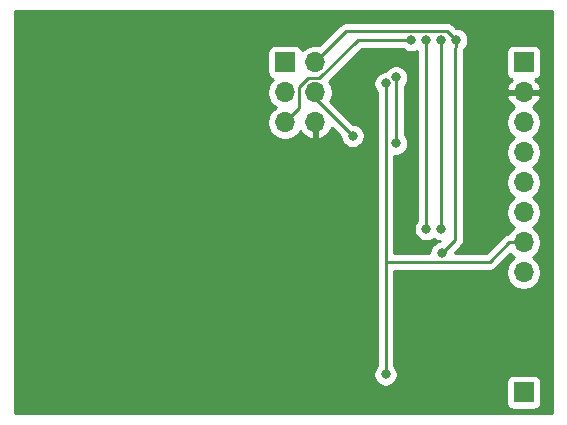
<source format=gbr>
G04 #@! TF.GenerationSoftware,KiCad,Pcbnew,5.1.5*
G04 #@! TF.CreationDate,2020-01-01T11:05:53+01:00*
G04 #@! TF.ProjectId,LORA_ATTINY84,4c4f5241-5f41-4545-9449-4e5938342e6b,rev?*
G04 #@! TF.SameCoordinates,Original*
G04 #@! TF.FileFunction,Copper,L2,Bot*
G04 #@! TF.FilePolarity,Positive*
%FSLAX46Y46*%
G04 Gerber Fmt 4.6, Leading zero omitted, Abs format (unit mm)*
G04 Created by KiCad (PCBNEW 5.1.5) date 2020-01-01 11:05:53*
%MOMM*%
%LPD*%
G04 APERTURE LIST*
%ADD10O,1.700000X1.700000*%
%ADD11R,1.700000X1.700000*%
%ADD12C,0.800000*%
%ADD13C,0.250000*%
%ADD14C,0.254000*%
G04 APERTURE END LIST*
D10*
X71882000Y-53340000D03*
X69342000Y-53340000D03*
X71882000Y-50800000D03*
X69342000Y-50800000D03*
X71882000Y-48260000D03*
D11*
X69342000Y-48260000D03*
D10*
X89535000Y-66040000D03*
X89535000Y-63500000D03*
X89535000Y-60960000D03*
X89535000Y-58420000D03*
X89535000Y-55880000D03*
X89535000Y-53340000D03*
X89535000Y-50800000D03*
D11*
X89535000Y-48260000D03*
X89535000Y-76200000D03*
D12*
X83185000Y-70485000D03*
X69850000Y-72390000D03*
X69850000Y-58420000D03*
X56515000Y-53340000D03*
X67310000Y-76327000D03*
X71882000Y-55626000D03*
X86042500Y-53086000D03*
X83820000Y-46355000D03*
X82595720Y-64414400D03*
X78740000Y-55118000D03*
X78740000Y-49530000D03*
X77851000Y-74676000D03*
X77851000Y-50038000D03*
X75057000Y-54483000D03*
X82550000Y-46355000D03*
X82550000Y-62357000D03*
X81280000Y-46355000D03*
X81280000Y-62357000D03*
X80010000Y-46355000D03*
D13*
X83820000Y-46920685D02*
X83820000Y-46355000D01*
X83729999Y-47010686D02*
X83820000Y-46920685D01*
X72731999Y-47410001D02*
X71882000Y-48260000D01*
X74512001Y-45629999D02*
X72731999Y-47410001D01*
X83094999Y-45629999D02*
X74512001Y-45629999D01*
X83820000Y-46355000D02*
X83094999Y-45629999D01*
X83729999Y-55589001D02*
X83729999Y-54268201D01*
X83729999Y-54268201D02*
X83729999Y-47010686D01*
X83729998Y-56640900D02*
X83729999Y-56640899D01*
X83729998Y-63280122D02*
X83729998Y-56640900D01*
X82595720Y-64414400D02*
X83729998Y-63280122D01*
X83729999Y-56831399D02*
X83729999Y-56640899D01*
X83729999Y-56640899D02*
X83729999Y-55589001D01*
X78740000Y-55118000D02*
X78740000Y-49530000D01*
X77851000Y-50038000D02*
X77851000Y-49911000D01*
X88332919Y-63500000D02*
X86681919Y-65151000D01*
X89535000Y-63500000D02*
X88332919Y-63500000D01*
X77978000Y-65151000D02*
X77851000Y-65024000D01*
X86681919Y-65151000D02*
X77978000Y-65151000D01*
X77851000Y-74676000D02*
X77851000Y-65024000D01*
X77851000Y-65024000D02*
X77851000Y-50038000D01*
X71882000Y-51308000D02*
X71882000Y-50800000D01*
X75057000Y-54483000D02*
X71882000Y-51308000D01*
X82550000Y-46355000D02*
X82550000Y-62357000D01*
X81280000Y-46355000D02*
X81280000Y-62357000D01*
X70191999Y-52490001D02*
X69342000Y-53340000D01*
X70517001Y-52164999D02*
X70191999Y-52490001D01*
X71279001Y-49624999D02*
X70517001Y-50386999D01*
X70517001Y-50386999D02*
X70517001Y-52164999D01*
X72256003Y-49624999D02*
X71279001Y-49624999D01*
X75526002Y-46355000D02*
X72256003Y-49624999D01*
X80010000Y-46355000D02*
X75526002Y-46355000D01*
D14*
G36*
X91948000Y-77978000D02*
G01*
X46482000Y-77978000D01*
X46482000Y-47410000D01*
X67853928Y-47410000D01*
X67853928Y-49110000D01*
X67866188Y-49234482D01*
X67902498Y-49354180D01*
X67961463Y-49464494D01*
X68040815Y-49561185D01*
X68137506Y-49640537D01*
X68247820Y-49699502D01*
X68320380Y-49721513D01*
X68188525Y-49853368D01*
X68026010Y-50096589D01*
X67914068Y-50366842D01*
X67857000Y-50653740D01*
X67857000Y-50946260D01*
X67914068Y-51233158D01*
X68026010Y-51503411D01*
X68188525Y-51746632D01*
X68395368Y-51953475D01*
X68569760Y-52070000D01*
X68395368Y-52186525D01*
X68188525Y-52393368D01*
X68026010Y-52636589D01*
X67914068Y-52906842D01*
X67857000Y-53193740D01*
X67857000Y-53486260D01*
X67914068Y-53773158D01*
X68026010Y-54043411D01*
X68188525Y-54286632D01*
X68395368Y-54493475D01*
X68638589Y-54655990D01*
X68908842Y-54767932D01*
X69195740Y-54825000D01*
X69488260Y-54825000D01*
X69775158Y-54767932D01*
X70045411Y-54655990D01*
X70288632Y-54493475D01*
X70495475Y-54286632D01*
X70613100Y-54110594D01*
X70784412Y-54340269D01*
X71000645Y-54535178D01*
X71250748Y-54684157D01*
X71525109Y-54781481D01*
X71755000Y-54660814D01*
X71755000Y-53467000D01*
X71735000Y-53467000D01*
X71735000Y-53213000D01*
X71755000Y-53213000D01*
X71755000Y-53193000D01*
X72009000Y-53193000D01*
X72009000Y-53213000D01*
X72029000Y-53213000D01*
X72029000Y-53467000D01*
X72009000Y-53467000D01*
X72009000Y-54660814D01*
X72238891Y-54781481D01*
X72513252Y-54684157D01*
X72763355Y-54535178D01*
X72979588Y-54340269D01*
X73153641Y-54106920D01*
X73278825Y-53844099D01*
X73293829Y-53794631D01*
X74022000Y-54522802D01*
X74022000Y-54584939D01*
X74061774Y-54784898D01*
X74139795Y-54973256D01*
X74253063Y-55142774D01*
X74397226Y-55286937D01*
X74566744Y-55400205D01*
X74755102Y-55478226D01*
X74955061Y-55518000D01*
X75158939Y-55518000D01*
X75358898Y-55478226D01*
X75547256Y-55400205D01*
X75716774Y-55286937D01*
X75860937Y-55142774D01*
X75974205Y-54973256D01*
X76052226Y-54784898D01*
X76092000Y-54584939D01*
X76092000Y-54381061D01*
X76052226Y-54181102D01*
X75974205Y-53992744D01*
X75860937Y-53823226D01*
X75716774Y-53679063D01*
X75547256Y-53565795D01*
X75358898Y-53487774D01*
X75158939Y-53448000D01*
X75096802Y-53448000D01*
X73179654Y-51530853D01*
X73197990Y-51503411D01*
X73309932Y-51233158D01*
X73367000Y-50946260D01*
X73367000Y-50653740D01*
X73309932Y-50366842D01*
X73197990Y-50096589D01*
X73062295Y-49893508D01*
X75840804Y-47115000D01*
X79306289Y-47115000D01*
X79350226Y-47158937D01*
X79519744Y-47272205D01*
X79708102Y-47350226D01*
X79908061Y-47390000D01*
X80111939Y-47390000D01*
X80311898Y-47350226D01*
X80500256Y-47272205D01*
X80520000Y-47259012D01*
X80520001Y-61653288D01*
X80476063Y-61697226D01*
X80362795Y-61866744D01*
X80284774Y-62055102D01*
X80245000Y-62255061D01*
X80245000Y-62458939D01*
X80284774Y-62658898D01*
X80362795Y-62847256D01*
X80476063Y-63016774D01*
X80620226Y-63160937D01*
X80789744Y-63274205D01*
X80978102Y-63352226D01*
X81178061Y-63392000D01*
X81381939Y-63392000D01*
X81581898Y-63352226D01*
X81770256Y-63274205D01*
X81915000Y-63177490D01*
X82059744Y-63274205D01*
X82248102Y-63352226D01*
X82439249Y-63390247D01*
X82293822Y-63419174D01*
X82105464Y-63497195D01*
X81935946Y-63610463D01*
X81791783Y-63754626D01*
X81678515Y-63924144D01*
X81600494Y-64112502D01*
X81560720Y-64312461D01*
X81560720Y-64391000D01*
X78611000Y-64391000D01*
X78611000Y-56147617D01*
X78638061Y-56153000D01*
X78841939Y-56153000D01*
X79041898Y-56113226D01*
X79230256Y-56035205D01*
X79399774Y-55921937D01*
X79543937Y-55777774D01*
X79657205Y-55608256D01*
X79735226Y-55419898D01*
X79775000Y-55219939D01*
X79775000Y-55016061D01*
X79735226Y-54816102D01*
X79657205Y-54627744D01*
X79543937Y-54458226D01*
X79500000Y-54414289D01*
X79500000Y-50233711D01*
X79543937Y-50189774D01*
X79657205Y-50020256D01*
X79735226Y-49831898D01*
X79775000Y-49631939D01*
X79775000Y-49428061D01*
X79735226Y-49228102D01*
X79657205Y-49039744D01*
X79543937Y-48870226D01*
X79399774Y-48726063D01*
X79230256Y-48612795D01*
X79041898Y-48534774D01*
X78841939Y-48495000D01*
X78638061Y-48495000D01*
X78438102Y-48534774D01*
X78249744Y-48612795D01*
X78080226Y-48726063D01*
X77936063Y-48870226D01*
X77847346Y-49003000D01*
X77749061Y-49003000D01*
X77549102Y-49042774D01*
X77360744Y-49120795D01*
X77191226Y-49234063D01*
X77047063Y-49378226D01*
X76933795Y-49547744D01*
X76855774Y-49736102D01*
X76816000Y-49936061D01*
X76816000Y-50139939D01*
X76855774Y-50339898D01*
X76933795Y-50528256D01*
X77047063Y-50697774D01*
X77091001Y-50741712D01*
X77091000Y-64986678D01*
X77087324Y-65024000D01*
X77091000Y-65061322D01*
X77091000Y-65061332D01*
X77091001Y-65061342D01*
X77091000Y-73972289D01*
X77047063Y-74016226D01*
X76933795Y-74185744D01*
X76855774Y-74374102D01*
X76816000Y-74574061D01*
X76816000Y-74777939D01*
X76855774Y-74977898D01*
X76933795Y-75166256D01*
X77047063Y-75335774D01*
X77191226Y-75479937D01*
X77360744Y-75593205D01*
X77549102Y-75671226D01*
X77749061Y-75711000D01*
X77952939Y-75711000D01*
X78152898Y-75671226D01*
X78341256Y-75593205D01*
X78510774Y-75479937D01*
X78640711Y-75350000D01*
X88046928Y-75350000D01*
X88046928Y-77050000D01*
X88059188Y-77174482D01*
X88095498Y-77294180D01*
X88154463Y-77404494D01*
X88233815Y-77501185D01*
X88330506Y-77580537D01*
X88440820Y-77639502D01*
X88560518Y-77675812D01*
X88685000Y-77688072D01*
X90385000Y-77688072D01*
X90509482Y-77675812D01*
X90629180Y-77639502D01*
X90739494Y-77580537D01*
X90836185Y-77501185D01*
X90915537Y-77404494D01*
X90974502Y-77294180D01*
X91010812Y-77174482D01*
X91023072Y-77050000D01*
X91023072Y-75350000D01*
X91010812Y-75225518D01*
X90974502Y-75105820D01*
X90915537Y-74995506D01*
X90836185Y-74898815D01*
X90739494Y-74819463D01*
X90629180Y-74760498D01*
X90509482Y-74724188D01*
X90385000Y-74711928D01*
X88685000Y-74711928D01*
X88560518Y-74724188D01*
X88440820Y-74760498D01*
X88330506Y-74819463D01*
X88233815Y-74898815D01*
X88154463Y-74995506D01*
X88095498Y-75105820D01*
X88059188Y-75225518D01*
X88046928Y-75350000D01*
X78640711Y-75350000D01*
X78654937Y-75335774D01*
X78768205Y-75166256D01*
X78846226Y-74977898D01*
X78886000Y-74777939D01*
X78886000Y-74574061D01*
X78846226Y-74374102D01*
X78768205Y-74185744D01*
X78654937Y-74016226D01*
X78611000Y-73972289D01*
X78611000Y-65911000D01*
X86644597Y-65911000D01*
X86681919Y-65914676D01*
X86719241Y-65911000D01*
X86719252Y-65911000D01*
X86830905Y-65900003D01*
X86974166Y-65856546D01*
X87106195Y-65785974D01*
X87221920Y-65691001D01*
X87245723Y-65661997D01*
X88421307Y-64486414D01*
X88588368Y-64653475D01*
X88762760Y-64770000D01*
X88588368Y-64886525D01*
X88381525Y-65093368D01*
X88219010Y-65336589D01*
X88107068Y-65606842D01*
X88050000Y-65893740D01*
X88050000Y-66186260D01*
X88107068Y-66473158D01*
X88219010Y-66743411D01*
X88381525Y-66986632D01*
X88588368Y-67193475D01*
X88831589Y-67355990D01*
X89101842Y-67467932D01*
X89388740Y-67525000D01*
X89681260Y-67525000D01*
X89968158Y-67467932D01*
X90238411Y-67355990D01*
X90481632Y-67193475D01*
X90688475Y-66986632D01*
X90850990Y-66743411D01*
X90962932Y-66473158D01*
X91020000Y-66186260D01*
X91020000Y-65893740D01*
X90962932Y-65606842D01*
X90850990Y-65336589D01*
X90688475Y-65093368D01*
X90481632Y-64886525D01*
X90307240Y-64770000D01*
X90481632Y-64653475D01*
X90688475Y-64446632D01*
X90850990Y-64203411D01*
X90962932Y-63933158D01*
X91020000Y-63646260D01*
X91020000Y-63353740D01*
X90962932Y-63066842D01*
X90850990Y-62796589D01*
X90688475Y-62553368D01*
X90481632Y-62346525D01*
X90307240Y-62230000D01*
X90481632Y-62113475D01*
X90688475Y-61906632D01*
X90850990Y-61663411D01*
X90962932Y-61393158D01*
X91020000Y-61106260D01*
X91020000Y-60813740D01*
X90962932Y-60526842D01*
X90850990Y-60256589D01*
X90688475Y-60013368D01*
X90481632Y-59806525D01*
X90307240Y-59690000D01*
X90481632Y-59573475D01*
X90688475Y-59366632D01*
X90850990Y-59123411D01*
X90962932Y-58853158D01*
X91020000Y-58566260D01*
X91020000Y-58273740D01*
X90962932Y-57986842D01*
X90850990Y-57716589D01*
X90688475Y-57473368D01*
X90481632Y-57266525D01*
X90307240Y-57150000D01*
X90481632Y-57033475D01*
X90688475Y-56826632D01*
X90850990Y-56583411D01*
X90962932Y-56313158D01*
X91020000Y-56026260D01*
X91020000Y-55733740D01*
X90962932Y-55446842D01*
X90850990Y-55176589D01*
X90688475Y-54933368D01*
X90481632Y-54726525D01*
X90307240Y-54610000D01*
X90481632Y-54493475D01*
X90688475Y-54286632D01*
X90850990Y-54043411D01*
X90962932Y-53773158D01*
X91020000Y-53486260D01*
X91020000Y-53193740D01*
X90962932Y-52906842D01*
X90850990Y-52636589D01*
X90688475Y-52393368D01*
X90481632Y-52186525D01*
X90299466Y-52064805D01*
X90416355Y-51995178D01*
X90632588Y-51800269D01*
X90806641Y-51566920D01*
X90931825Y-51304099D01*
X90976476Y-51156890D01*
X90855155Y-50927000D01*
X89662000Y-50927000D01*
X89662000Y-50947000D01*
X89408000Y-50947000D01*
X89408000Y-50927000D01*
X88214845Y-50927000D01*
X88093524Y-51156890D01*
X88138175Y-51304099D01*
X88263359Y-51566920D01*
X88437412Y-51800269D01*
X88653645Y-51995178D01*
X88770534Y-52064805D01*
X88588368Y-52186525D01*
X88381525Y-52393368D01*
X88219010Y-52636589D01*
X88107068Y-52906842D01*
X88050000Y-53193740D01*
X88050000Y-53486260D01*
X88107068Y-53773158D01*
X88219010Y-54043411D01*
X88381525Y-54286632D01*
X88588368Y-54493475D01*
X88762760Y-54610000D01*
X88588368Y-54726525D01*
X88381525Y-54933368D01*
X88219010Y-55176589D01*
X88107068Y-55446842D01*
X88050000Y-55733740D01*
X88050000Y-56026260D01*
X88107068Y-56313158D01*
X88219010Y-56583411D01*
X88381525Y-56826632D01*
X88588368Y-57033475D01*
X88762760Y-57150000D01*
X88588368Y-57266525D01*
X88381525Y-57473368D01*
X88219010Y-57716589D01*
X88107068Y-57986842D01*
X88050000Y-58273740D01*
X88050000Y-58566260D01*
X88107068Y-58853158D01*
X88219010Y-59123411D01*
X88381525Y-59366632D01*
X88588368Y-59573475D01*
X88762760Y-59690000D01*
X88588368Y-59806525D01*
X88381525Y-60013368D01*
X88219010Y-60256589D01*
X88107068Y-60526842D01*
X88050000Y-60813740D01*
X88050000Y-61106260D01*
X88107068Y-61393158D01*
X88219010Y-61663411D01*
X88381525Y-61906632D01*
X88588368Y-62113475D01*
X88762760Y-62230000D01*
X88588368Y-62346525D01*
X88381525Y-62553368D01*
X88254091Y-62744087D01*
X88183933Y-62750997D01*
X88040672Y-62794454D01*
X87908643Y-62865026D01*
X87792918Y-62959999D01*
X87769120Y-62988997D01*
X86367118Y-64391000D01*
X83693921Y-64391000D01*
X84241002Y-63843920D01*
X84269999Y-63820123D01*
X84364972Y-63704398D01*
X84435544Y-63572369D01*
X84479001Y-63429108D01*
X84489998Y-63317455D01*
X84489998Y-63317446D01*
X84493674Y-63280123D01*
X84489998Y-63242800D01*
X84489998Y-56868742D01*
X84489999Y-56868732D01*
X84489999Y-56678222D01*
X84493675Y-56640900D01*
X84489999Y-56603577D01*
X84489999Y-47410000D01*
X88046928Y-47410000D01*
X88046928Y-49110000D01*
X88059188Y-49234482D01*
X88095498Y-49354180D01*
X88154463Y-49464494D01*
X88233815Y-49561185D01*
X88330506Y-49640537D01*
X88440820Y-49699502D01*
X88521466Y-49723966D01*
X88437412Y-49799731D01*
X88263359Y-50033080D01*
X88138175Y-50295901D01*
X88093524Y-50443110D01*
X88214845Y-50673000D01*
X89408000Y-50673000D01*
X89408000Y-50653000D01*
X89662000Y-50653000D01*
X89662000Y-50673000D01*
X90855155Y-50673000D01*
X90976476Y-50443110D01*
X90931825Y-50295901D01*
X90806641Y-50033080D01*
X90632588Y-49799731D01*
X90548534Y-49723966D01*
X90629180Y-49699502D01*
X90739494Y-49640537D01*
X90836185Y-49561185D01*
X90915537Y-49464494D01*
X90974502Y-49354180D01*
X91010812Y-49234482D01*
X91023072Y-49110000D01*
X91023072Y-47410000D01*
X91010812Y-47285518D01*
X90974502Y-47165820D01*
X90915537Y-47055506D01*
X90836185Y-46958815D01*
X90739494Y-46879463D01*
X90629180Y-46820498D01*
X90509482Y-46784188D01*
X90385000Y-46771928D01*
X88685000Y-46771928D01*
X88560518Y-46784188D01*
X88440820Y-46820498D01*
X88330506Y-46879463D01*
X88233815Y-46958815D01*
X88154463Y-47055506D01*
X88095498Y-47165820D01*
X88059188Y-47285518D01*
X88046928Y-47410000D01*
X84489999Y-47410000D01*
X84489999Y-47279435D01*
X84525546Y-47212932D01*
X84568987Y-47069724D01*
X84623937Y-47014774D01*
X84737205Y-46845256D01*
X84815226Y-46656898D01*
X84855000Y-46456939D01*
X84855000Y-46253061D01*
X84815226Y-46053102D01*
X84737205Y-45864744D01*
X84623937Y-45695226D01*
X84479774Y-45551063D01*
X84310256Y-45437795D01*
X84121898Y-45359774D01*
X83921939Y-45320000D01*
X83859801Y-45320000D01*
X83658802Y-45119001D01*
X83635000Y-45089998D01*
X83519275Y-44995025D01*
X83387246Y-44924453D01*
X83243985Y-44880996D01*
X83132332Y-44869999D01*
X83132321Y-44869999D01*
X83094999Y-44866323D01*
X83057677Y-44869999D01*
X74549324Y-44869999D01*
X74512001Y-44866323D01*
X74474678Y-44869999D01*
X74474668Y-44869999D01*
X74363015Y-44880996D01*
X74219754Y-44924453D01*
X74087724Y-44995025D01*
X74004084Y-45063667D01*
X73972000Y-45089998D01*
X73948202Y-45118996D01*
X72248408Y-46818791D01*
X72028260Y-46775000D01*
X71735740Y-46775000D01*
X71448842Y-46832068D01*
X71178589Y-46944010D01*
X70935368Y-47106525D01*
X70803513Y-47238380D01*
X70781502Y-47165820D01*
X70722537Y-47055506D01*
X70643185Y-46958815D01*
X70546494Y-46879463D01*
X70436180Y-46820498D01*
X70316482Y-46784188D01*
X70192000Y-46771928D01*
X68492000Y-46771928D01*
X68367518Y-46784188D01*
X68247820Y-46820498D01*
X68137506Y-46879463D01*
X68040815Y-46958815D01*
X67961463Y-47055506D01*
X67902498Y-47165820D01*
X67866188Y-47285518D01*
X67853928Y-47410000D01*
X46482000Y-47410000D01*
X46482000Y-43942000D01*
X91948000Y-43942000D01*
X91948000Y-77978000D01*
G37*
X91948000Y-77978000D02*
X46482000Y-77978000D01*
X46482000Y-47410000D01*
X67853928Y-47410000D01*
X67853928Y-49110000D01*
X67866188Y-49234482D01*
X67902498Y-49354180D01*
X67961463Y-49464494D01*
X68040815Y-49561185D01*
X68137506Y-49640537D01*
X68247820Y-49699502D01*
X68320380Y-49721513D01*
X68188525Y-49853368D01*
X68026010Y-50096589D01*
X67914068Y-50366842D01*
X67857000Y-50653740D01*
X67857000Y-50946260D01*
X67914068Y-51233158D01*
X68026010Y-51503411D01*
X68188525Y-51746632D01*
X68395368Y-51953475D01*
X68569760Y-52070000D01*
X68395368Y-52186525D01*
X68188525Y-52393368D01*
X68026010Y-52636589D01*
X67914068Y-52906842D01*
X67857000Y-53193740D01*
X67857000Y-53486260D01*
X67914068Y-53773158D01*
X68026010Y-54043411D01*
X68188525Y-54286632D01*
X68395368Y-54493475D01*
X68638589Y-54655990D01*
X68908842Y-54767932D01*
X69195740Y-54825000D01*
X69488260Y-54825000D01*
X69775158Y-54767932D01*
X70045411Y-54655990D01*
X70288632Y-54493475D01*
X70495475Y-54286632D01*
X70613100Y-54110594D01*
X70784412Y-54340269D01*
X71000645Y-54535178D01*
X71250748Y-54684157D01*
X71525109Y-54781481D01*
X71755000Y-54660814D01*
X71755000Y-53467000D01*
X71735000Y-53467000D01*
X71735000Y-53213000D01*
X71755000Y-53213000D01*
X71755000Y-53193000D01*
X72009000Y-53193000D01*
X72009000Y-53213000D01*
X72029000Y-53213000D01*
X72029000Y-53467000D01*
X72009000Y-53467000D01*
X72009000Y-54660814D01*
X72238891Y-54781481D01*
X72513252Y-54684157D01*
X72763355Y-54535178D01*
X72979588Y-54340269D01*
X73153641Y-54106920D01*
X73278825Y-53844099D01*
X73293829Y-53794631D01*
X74022000Y-54522802D01*
X74022000Y-54584939D01*
X74061774Y-54784898D01*
X74139795Y-54973256D01*
X74253063Y-55142774D01*
X74397226Y-55286937D01*
X74566744Y-55400205D01*
X74755102Y-55478226D01*
X74955061Y-55518000D01*
X75158939Y-55518000D01*
X75358898Y-55478226D01*
X75547256Y-55400205D01*
X75716774Y-55286937D01*
X75860937Y-55142774D01*
X75974205Y-54973256D01*
X76052226Y-54784898D01*
X76092000Y-54584939D01*
X76092000Y-54381061D01*
X76052226Y-54181102D01*
X75974205Y-53992744D01*
X75860937Y-53823226D01*
X75716774Y-53679063D01*
X75547256Y-53565795D01*
X75358898Y-53487774D01*
X75158939Y-53448000D01*
X75096802Y-53448000D01*
X73179654Y-51530853D01*
X73197990Y-51503411D01*
X73309932Y-51233158D01*
X73367000Y-50946260D01*
X73367000Y-50653740D01*
X73309932Y-50366842D01*
X73197990Y-50096589D01*
X73062295Y-49893508D01*
X75840804Y-47115000D01*
X79306289Y-47115000D01*
X79350226Y-47158937D01*
X79519744Y-47272205D01*
X79708102Y-47350226D01*
X79908061Y-47390000D01*
X80111939Y-47390000D01*
X80311898Y-47350226D01*
X80500256Y-47272205D01*
X80520000Y-47259012D01*
X80520001Y-61653288D01*
X80476063Y-61697226D01*
X80362795Y-61866744D01*
X80284774Y-62055102D01*
X80245000Y-62255061D01*
X80245000Y-62458939D01*
X80284774Y-62658898D01*
X80362795Y-62847256D01*
X80476063Y-63016774D01*
X80620226Y-63160937D01*
X80789744Y-63274205D01*
X80978102Y-63352226D01*
X81178061Y-63392000D01*
X81381939Y-63392000D01*
X81581898Y-63352226D01*
X81770256Y-63274205D01*
X81915000Y-63177490D01*
X82059744Y-63274205D01*
X82248102Y-63352226D01*
X82439249Y-63390247D01*
X82293822Y-63419174D01*
X82105464Y-63497195D01*
X81935946Y-63610463D01*
X81791783Y-63754626D01*
X81678515Y-63924144D01*
X81600494Y-64112502D01*
X81560720Y-64312461D01*
X81560720Y-64391000D01*
X78611000Y-64391000D01*
X78611000Y-56147617D01*
X78638061Y-56153000D01*
X78841939Y-56153000D01*
X79041898Y-56113226D01*
X79230256Y-56035205D01*
X79399774Y-55921937D01*
X79543937Y-55777774D01*
X79657205Y-55608256D01*
X79735226Y-55419898D01*
X79775000Y-55219939D01*
X79775000Y-55016061D01*
X79735226Y-54816102D01*
X79657205Y-54627744D01*
X79543937Y-54458226D01*
X79500000Y-54414289D01*
X79500000Y-50233711D01*
X79543937Y-50189774D01*
X79657205Y-50020256D01*
X79735226Y-49831898D01*
X79775000Y-49631939D01*
X79775000Y-49428061D01*
X79735226Y-49228102D01*
X79657205Y-49039744D01*
X79543937Y-48870226D01*
X79399774Y-48726063D01*
X79230256Y-48612795D01*
X79041898Y-48534774D01*
X78841939Y-48495000D01*
X78638061Y-48495000D01*
X78438102Y-48534774D01*
X78249744Y-48612795D01*
X78080226Y-48726063D01*
X77936063Y-48870226D01*
X77847346Y-49003000D01*
X77749061Y-49003000D01*
X77549102Y-49042774D01*
X77360744Y-49120795D01*
X77191226Y-49234063D01*
X77047063Y-49378226D01*
X76933795Y-49547744D01*
X76855774Y-49736102D01*
X76816000Y-49936061D01*
X76816000Y-50139939D01*
X76855774Y-50339898D01*
X76933795Y-50528256D01*
X77047063Y-50697774D01*
X77091001Y-50741712D01*
X77091000Y-64986678D01*
X77087324Y-65024000D01*
X77091000Y-65061322D01*
X77091000Y-65061332D01*
X77091001Y-65061342D01*
X77091000Y-73972289D01*
X77047063Y-74016226D01*
X76933795Y-74185744D01*
X76855774Y-74374102D01*
X76816000Y-74574061D01*
X76816000Y-74777939D01*
X76855774Y-74977898D01*
X76933795Y-75166256D01*
X77047063Y-75335774D01*
X77191226Y-75479937D01*
X77360744Y-75593205D01*
X77549102Y-75671226D01*
X77749061Y-75711000D01*
X77952939Y-75711000D01*
X78152898Y-75671226D01*
X78341256Y-75593205D01*
X78510774Y-75479937D01*
X78640711Y-75350000D01*
X88046928Y-75350000D01*
X88046928Y-77050000D01*
X88059188Y-77174482D01*
X88095498Y-77294180D01*
X88154463Y-77404494D01*
X88233815Y-77501185D01*
X88330506Y-77580537D01*
X88440820Y-77639502D01*
X88560518Y-77675812D01*
X88685000Y-77688072D01*
X90385000Y-77688072D01*
X90509482Y-77675812D01*
X90629180Y-77639502D01*
X90739494Y-77580537D01*
X90836185Y-77501185D01*
X90915537Y-77404494D01*
X90974502Y-77294180D01*
X91010812Y-77174482D01*
X91023072Y-77050000D01*
X91023072Y-75350000D01*
X91010812Y-75225518D01*
X90974502Y-75105820D01*
X90915537Y-74995506D01*
X90836185Y-74898815D01*
X90739494Y-74819463D01*
X90629180Y-74760498D01*
X90509482Y-74724188D01*
X90385000Y-74711928D01*
X88685000Y-74711928D01*
X88560518Y-74724188D01*
X88440820Y-74760498D01*
X88330506Y-74819463D01*
X88233815Y-74898815D01*
X88154463Y-74995506D01*
X88095498Y-75105820D01*
X88059188Y-75225518D01*
X88046928Y-75350000D01*
X78640711Y-75350000D01*
X78654937Y-75335774D01*
X78768205Y-75166256D01*
X78846226Y-74977898D01*
X78886000Y-74777939D01*
X78886000Y-74574061D01*
X78846226Y-74374102D01*
X78768205Y-74185744D01*
X78654937Y-74016226D01*
X78611000Y-73972289D01*
X78611000Y-65911000D01*
X86644597Y-65911000D01*
X86681919Y-65914676D01*
X86719241Y-65911000D01*
X86719252Y-65911000D01*
X86830905Y-65900003D01*
X86974166Y-65856546D01*
X87106195Y-65785974D01*
X87221920Y-65691001D01*
X87245723Y-65661997D01*
X88421307Y-64486414D01*
X88588368Y-64653475D01*
X88762760Y-64770000D01*
X88588368Y-64886525D01*
X88381525Y-65093368D01*
X88219010Y-65336589D01*
X88107068Y-65606842D01*
X88050000Y-65893740D01*
X88050000Y-66186260D01*
X88107068Y-66473158D01*
X88219010Y-66743411D01*
X88381525Y-66986632D01*
X88588368Y-67193475D01*
X88831589Y-67355990D01*
X89101842Y-67467932D01*
X89388740Y-67525000D01*
X89681260Y-67525000D01*
X89968158Y-67467932D01*
X90238411Y-67355990D01*
X90481632Y-67193475D01*
X90688475Y-66986632D01*
X90850990Y-66743411D01*
X90962932Y-66473158D01*
X91020000Y-66186260D01*
X91020000Y-65893740D01*
X90962932Y-65606842D01*
X90850990Y-65336589D01*
X90688475Y-65093368D01*
X90481632Y-64886525D01*
X90307240Y-64770000D01*
X90481632Y-64653475D01*
X90688475Y-64446632D01*
X90850990Y-64203411D01*
X90962932Y-63933158D01*
X91020000Y-63646260D01*
X91020000Y-63353740D01*
X90962932Y-63066842D01*
X90850990Y-62796589D01*
X90688475Y-62553368D01*
X90481632Y-62346525D01*
X90307240Y-62230000D01*
X90481632Y-62113475D01*
X90688475Y-61906632D01*
X90850990Y-61663411D01*
X90962932Y-61393158D01*
X91020000Y-61106260D01*
X91020000Y-60813740D01*
X90962932Y-60526842D01*
X90850990Y-60256589D01*
X90688475Y-60013368D01*
X90481632Y-59806525D01*
X90307240Y-59690000D01*
X90481632Y-59573475D01*
X90688475Y-59366632D01*
X90850990Y-59123411D01*
X90962932Y-58853158D01*
X91020000Y-58566260D01*
X91020000Y-58273740D01*
X90962932Y-57986842D01*
X90850990Y-57716589D01*
X90688475Y-57473368D01*
X90481632Y-57266525D01*
X90307240Y-57150000D01*
X90481632Y-57033475D01*
X90688475Y-56826632D01*
X90850990Y-56583411D01*
X90962932Y-56313158D01*
X91020000Y-56026260D01*
X91020000Y-55733740D01*
X90962932Y-55446842D01*
X90850990Y-55176589D01*
X90688475Y-54933368D01*
X90481632Y-54726525D01*
X90307240Y-54610000D01*
X90481632Y-54493475D01*
X90688475Y-54286632D01*
X90850990Y-54043411D01*
X90962932Y-53773158D01*
X91020000Y-53486260D01*
X91020000Y-53193740D01*
X90962932Y-52906842D01*
X90850990Y-52636589D01*
X90688475Y-52393368D01*
X90481632Y-52186525D01*
X90299466Y-52064805D01*
X90416355Y-51995178D01*
X90632588Y-51800269D01*
X90806641Y-51566920D01*
X90931825Y-51304099D01*
X90976476Y-51156890D01*
X90855155Y-50927000D01*
X89662000Y-50927000D01*
X89662000Y-50947000D01*
X89408000Y-50947000D01*
X89408000Y-50927000D01*
X88214845Y-50927000D01*
X88093524Y-51156890D01*
X88138175Y-51304099D01*
X88263359Y-51566920D01*
X88437412Y-51800269D01*
X88653645Y-51995178D01*
X88770534Y-52064805D01*
X88588368Y-52186525D01*
X88381525Y-52393368D01*
X88219010Y-52636589D01*
X88107068Y-52906842D01*
X88050000Y-53193740D01*
X88050000Y-53486260D01*
X88107068Y-53773158D01*
X88219010Y-54043411D01*
X88381525Y-54286632D01*
X88588368Y-54493475D01*
X88762760Y-54610000D01*
X88588368Y-54726525D01*
X88381525Y-54933368D01*
X88219010Y-55176589D01*
X88107068Y-55446842D01*
X88050000Y-55733740D01*
X88050000Y-56026260D01*
X88107068Y-56313158D01*
X88219010Y-56583411D01*
X88381525Y-56826632D01*
X88588368Y-57033475D01*
X88762760Y-57150000D01*
X88588368Y-57266525D01*
X88381525Y-57473368D01*
X88219010Y-57716589D01*
X88107068Y-57986842D01*
X88050000Y-58273740D01*
X88050000Y-58566260D01*
X88107068Y-58853158D01*
X88219010Y-59123411D01*
X88381525Y-59366632D01*
X88588368Y-59573475D01*
X88762760Y-59690000D01*
X88588368Y-59806525D01*
X88381525Y-60013368D01*
X88219010Y-60256589D01*
X88107068Y-60526842D01*
X88050000Y-60813740D01*
X88050000Y-61106260D01*
X88107068Y-61393158D01*
X88219010Y-61663411D01*
X88381525Y-61906632D01*
X88588368Y-62113475D01*
X88762760Y-62230000D01*
X88588368Y-62346525D01*
X88381525Y-62553368D01*
X88254091Y-62744087D01*
X88183933Y-62750997D01*
X88040672Y-62794454D01*
X87908643Y-62865026D01*
X87792918Y-62959999D01*
X87769120Y-62988997D01*
X86367118Y-64391000D01*
X83693921Y-64391000D01*
X84241002Y-63843920D01*
X84269999Y-63820123D01*
X84364972Y-63704398D01*
X84435544Y-63572369D01*
X84479001Y-63429108D01*
X84489998Y-63317455D01*
X84489998Y-63317446D01*
X84493674Y-63280123D01*
X84489998Y-63242800D01*
X84489998Y-56868742D01*
X84489999Y-56868732D01*
X84489999Y-56678222D01*
X84493675Y-56640900D01*
X84489999Y-56603577D01*
X84489999Y-47410000D01*
X88046928Y-47410000D01*
X88046928Y-49110000D01*
X88059188Y-49234482D01*
X88095498Y-49354180D01*
X88154463Y-49464494D01*
X88233815Y-49561185D01*
X88330506Y-49640537D01*
X88440820Y-49699502D01*
X88521466Y-49723966D01*
X88437412Y-49799731D01*
X88263359Y-50033080D01*
X88138175Y-50295901D01*
X88093524Y-50443110D01*
X88214845Y-50673000D01*
X89408000Y-50673000D01*
X89408000Y-50653000D01*
X89662000Y-50653000D01*
X89662000Y-50673000D01*
X90855155Y-50673000D01*
X90976476Y-50443110D01*
X90931825Y-50295901D01*
X90806641Y-50033080D01*
X90632588Y-49799731D01*
X90548534Y-49723966D01*
X90629180Y-49699502D01*
X90739494Y-49640537D01*
X90836185Y-49561185D01*
X90915537Y-49464494D01*
X90974502Y-49354180D01*
X91010812Y-49234482D01*
X91023072Y-49110000D01*
X91023072Y-47410000D01*
X91010812Y-47285518D01*
X90974502Y-47165820D01*
X90915537Y-47055506D01*
X90836185Y-46958815D01*
X90739494Y-46879463D01*
X90629180Y-46820498D01*
X90509482Y-46784188D01*
X90385000Y-46771928D01*
X88685000Y-46771928D01*
X88560518Y-46784188D01*
X88440820Y-46820498D01*
X88330506Y-46879463D01*
X88233815Y-46958815D01*
X88154463Y-47055506D01*
X88095498Y-47165820D01*
X88059188Y-47285518D01*
X88046928Y-47410000D01*
X84489999Y-47410000D01*
X84489999Y-47279435D01*
X84525546Y-47212932D01*
X84568987Y-47069724D01*
X84623937Y-47014774D01*
X84737205Y-46845256D01*
X84815226Y-46656898D01*
X84855000Y-46456939D01*
X84855000Y-46253061D01*
X84815226Y-46053102D01*
X84737205Y-45864744D01*
X84623937Y-45695226D01*
X84479774Y-45551063D01*
X84310256Y-45437795D01*
X84121898Y-45359774D01*
X83921939Y-45320000D01*
X83859801Y-45320000D01*
X83658802Y-45119001D01*
X83635000Y-45089998D01*
X83519275Y-44995025D01*
X83387246Y-44924453D01*
X83243985Y-44880996D01*
X83132332Y-44869999D01*
X83132321Y-44869999D01*
X83094999Y-44866323D01*
X83057677Y-44869999D01*
X74549324Y-44869999D01*
X74512001Y-44866323D01*
X74474678Y-44869999D01*
X74474668Y-44869999D01*
X74363015Y-44880996D01*
X74219754Y-44924453D01*
X74087724Y-44995025D01*
X74004084Y-45063667D01*
X73972000Y-45089998D01*
X73948202Y-45118996D01*
X72248408Y-46818791D01*
X72028260Y-46775000D01*
X71735740Y-46775000D01*
X71448842Y-46832068D01*
X71178589Y-46944010D01*
X70935368Y-47106525D01*
X70803513Y-47238380D01*
X70781502Y-47165820D01*
X70722537Y-47055506D01*
X70643185Y-46958815D01*
X70546494Y-46879463D01*
X70436180Y-46820498D01*
X70316482Y-46784188D01*
X70192000Y-46771928D01*
X68492000Y-46771928D01*
X68367518Y-46784188D01*
X68247820Y-46820498D01*
X68137506Y-46879463D01*
X68040815Y-46958815D01*
X67961463Y-47055506D01*
X67902498Y-47165820D01*
X67866188Y-47285518D01*
X67853928Y-47410000D01*
X46482000Y-47410000D01*
X46482000Y-43942000D01*
X91948000Y-43942000D01*
X91948000Y-77978000D01*
M02*

</source>
